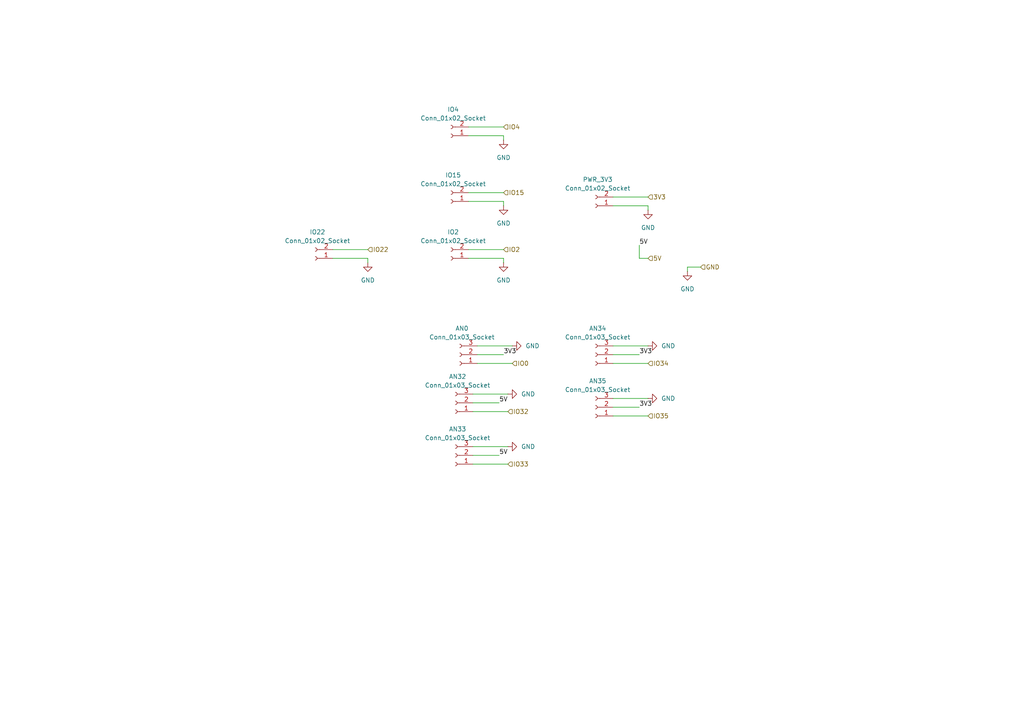
<source format=kicad_sch>
(kicad_sch (version 20250114) (generator "eeschema") (generator_version "9.0")
  (paper "A4")
  (lib_symbols
    (symbol "Connector:Conn_01x02_Socket" (pin_names (offset 1.016) (hide yes))
      (property "Reference" "J" (at 0 2.54 0))
      (property "Value" "Conn_01x02_Socket" (at 0 -5.08 0))
      (symbol "Conn_01x02_Socket_1_1"
        (polyline (pts (xy -1.27 0) (xy -0.508 0)) (stroke (width 0.1524)))
        (polyline (pts (xy -1.27 -2.54) (xy -0.508 -2.54)) (stroke (width 0.1524)))
        (arc (start 0 -0.508) (mid -0.5058 0) (end 0 0.508) (stroke (width 0.1524)))
        (arc (start 0 -3.048) (mid -0.5058 -2.54) (end 0 -2.032) (stroke (width 0.1524)))
        (pin passive line (at -5.08 0 0) (length 3.81) (name "Pin_1") (number "1"))
        (pin passive line (at -5.08 -2.54 0) (length 3.81) (name "Pin_2") (number "2"))
      )
    )
    (symbol "Connector:Conn_01x03_Socket" (pin_names (offset 1.016) (hide yes))
      (property "Reference" "J" (at 0 5.08 0))
      (property "Value" "Conn_01x03_Socket" (at 0 -5.08 0))
      (symbol "Conn_01x03_Socket_1_1"
        (polyline (pts (xy -1.27 2.54) (xy -0.508 2.54)) (stroke (width 0.1524)))
        (polyline (pts (xy -1.27 0) (xy -0.508 0)) (stroke (width 0.1524)))
        (polyline (pts (xy -1.27 -2.54) (xy -0.508 -2.54)) (stroke (width 0.1524)))
        (arc (start 0 2.032) (mid -0.5058 2.54) (end 0 3.048) (stroke (width 0.1524)))
        (arc (start 0 -0.508) (mid -0.5058 0) (end 0 0.508) (stroke (width 0.1524)))
        (arc (start 0 -3.048) (mid -0.5058 -2.54) (end 0 -2.032) (stroke (width 0.1524)))
        (pin passive line (at -5.08 2.54 0) (length 3.81) (name "Pin_1") (number "1"))
        (pin passive line (at -5.08 0 0) (length 3.81) (name "Pin_2") (number "2"))
        (pin passive line (at -5.08 -2.54 0) (length 3.81) (name "Pin_3") (number "3"))
      )
    )
    (symbol "power:GND" (power) (pin_numbers (hide yes)) (pin_names (offset 0) (hide yes))
      (property "Value" "GND" (at 0 -3.81 0))
      (symbol "GND_0_1"
        (polyline (pts (xy 0 0) (xy 0 -1.27) (xy 1.27 -1.27) (xy 0 -2.54) (xy -1.27 -1.27) (xy 0 -1.27)))
      )
      (symbol "GND_1_1"
        (pin power_in line (at 0 0 270) (length 0) (name "~") (number "1"))
      )
    )
  )
  (wire (pts (xy 177.8 59.69) (xy 187.96 59.69)))
  (wire (pts (xy 177.8 120.65) (xy 187.96 120.65)))
  (wire (pts (xy 137.16 134.62) (xy 147.32 134.62)))
  (wire (pts (xy 106.68 74.93) (xy 106.68 76.2)))
  (wire (pts (xy 185.42 74.93) (xy 187.96 74.93)))
  (wire (pts (xy 137.16 119.38) (xy 147.32 119.38)))
  (wire (pts (xy 199.39 77.47) (xy 199.39 78.74)))
  (wire (pts (xy 138.43 105.41) (xy 148.59 105.41)))
  (wire (pts (xy 177.8 115.57) (xy 187.96 115.57)))
  (wire (pts (xy 177.8 102.87) (xy 185.42 102.87)))
  (wire (pts (xy 96.52 72.39) (xy 106.68 72.39)))
  (wire (pts (xy 137.16 114.3) (xy 147.32 114.3)))
  (wire (pts (xy 187.96 59.69) (xy 187.96 60.96)))
  (wire (pts (xy 135.89 72.39) (xy 146.05 72.39)))
  (wire (pts (xy 203.2 77.47) (xy 199.39 77.47)))
  (wire (pts (xy 138.43 102.87) (xy 146.05 102.87)))
  (wire (pts (xy 137.16 116.84) (xy 144.78 116.84)))
  (wire (pts (xy 146.05 58.42) (xy 146.05 59.69)))
  (wire (pts (xy 177.8 57.15) (xy 187.96 57.15)))
  (wire (pts (xy 177.8 105.41) (xy 187.96 105.41)))
  (wire (pts (xy 177.8 100.33) (xy 187.96 100.33)))
  (wire (pts (xy 185.42 71.12) (xy 185.42 74.93)))
  (wire (pts (xy 135.89 36.83) (xy 146.05 36.83)))
  (wire (pts (xy 135.89 58.42) (xy 146.05 58.42)))
  (wire (pts (xy 146.05 39.37) (xy 146.05 40.64)))
  (wire (pts (xy 137.16 129.54) (xy 147.32 129.54)))
  (wire (pts (xy 135.89 55.88) (xy 146.05 55.88)))
  (wire (pts (xy 135.89 74.93) (xy 146.05 74.93)))
  (wire (pts (xy 138.43 100.33) (xy 148.59 100.33)))
  (wire (pts (xy 135.89 39.37) (xy 146.05 39.37)))
  (wire (pts (xy 96.52 74.93) (xy 106.68 74.93)))
  (wire (pts (xy 137.16 132.08) (xy 144.78 132.08)))
  (wire (pts (xy 177.8 118.11) (xy 185.42 118.11)))
  (wire (pts (xy 146.05 74.93) (xy 146.05 76.2)))
  (label "5V" (at 144.78 132.08 0))
  (label "3V3" (at 185.42 118.11 0))
  (label "3V3" (at 185.42 102.87 0))
  (label "5V" (at 185.42 71.12 0))
  (label "5V" (at 144.78 116.84 0))
  (label "3V3" (at 146.05 102.87 0))
  (hierarchical_label "5V" (shape input) (at 187.96 74.93 0))
  (hierarchical_label "GND" (shape input) (at 203.2 77.47 0))
  (hierarchical_label "IO15" (shape input) (at 146.05 55.88 0))
  (hierarchical_label "IO34" (shape input) (at 187.96 105.41 0))
  (hierarchical_label "IO32" (shape input) (at 147.32 119.38 0))
  (hierarchical_label "IO33" (shape input) (at 147.32 134.62 0))
  (hierarchical_label "IO0" (shape input) (at 148.59 105.41 0))
  (hierarchical_label "IO35" (shape input) (at 187.96 120.65 0))
  (hierarchical_label "IO2" (shape input) (at 146.05 72.39 0))
  (hierarchical_label "IO4" (shape input) (at 146.05 36.83 0))
  (hierarchical_label "3V3" (shape input) (at 187.96 57.15 0))
  (hierarchical_label "IO22" (shape input) (at 106.68 72.39 0))
  (symbol (lib_id "power:GND") (at 147.32 129.54 90) (unit 1)
    (property "Reference" "#PWR014" (effects (hide yes)))
    (property "Value" "GND" (at 151.13 129.5399 90) (effects (justify right)))
    (property "Description" "Power symbol creates a global label with name \"GND\" , ground" (effects (hide yes)))
  )
  (symbol (lib_id "power:GND") (at 146.05 76.2 0) (unit 1)
    (property "Reference" "#PWR010" (effects (hide yes)))
    (property "Value" "GND" (at 146.05 81.28 0))
    (property "Description" "Power symbol creates a global label with name \"GND\" , ground" (effects (hide yes)))
  )
  (symbol (lib_id "Connector:Conn_01x03_Socket") (at 133.35 102.87 180) (unit 1)
    (property "Reference" "AN0" (at 133.985 95.25 0))
    (property "Value" "Conn_01x03_Socket" (at 133.985 97.79 0))
    (property "Footprint" "Connector_PinHeader_2.54mm:PinHeader_1x03_P2.54mm_Vertical" (effects (hide yes)))
    (property "Description" "Generic connector, single row, 01x03, script generated" (effects (hide yes)))
  )
  (symbol (lib_id "Connector:Conn_01x02_Socket") (at 130.81 39.37 180) (unit 1)
    (property "Reference" "IO4" (at 131.445 31.75 0))
    (property "Value" "Conn_01x02_Socket" (at 131.445 34.29 0))
    (property "Footprint" "TerminalBlock_Phoenix:TerminalBlock_Phoenix_MKDS-1,5-2_1x02_P5.00mm_Horizontal" (effects (hide yes)))
    (property "Description" "Generic connector, single row, 01x02, script generated" (effects (hide yes)))
  )
  (symbol (lib_id "power:GND") (at 148.59 100.33 90) (unit 1)
    (property "Reference" "#PWR07" (effects (hide yes)))
    (property "Value" "GND" (at 152.4 100.3299 90) (effects (justify right)))
    (property "Description" "Power symbol creates a global label with name \"GND\" , ground" (effects (hide yes)))
  )
  (symbol (lib_id "power:GND") (at 199.39 78.74 0) (unit 1)
    (property "Reference" "#PWR022" (effects (hide yes)))
    (property "Value" "GND" (at 199.39 83.82 0))
    (property "Description" "Power symbol creates a global label with name \"GND\" , ground" (effects (hide yes)))
  )
  (symbol (lib_id "Connector:Conn_01x03_Socket") (at 132.08 116.84 180) (unit 1)
    (property "Reference" "AN32" (at 132.715 109.22 0))
    (property "Value" "Conn_01x03_Socket" (at 132.715 111.76 0))
    (property "Footprint" "Connector_PinHeader_2.54mm:PinHeader_1x03_P2.54mm_Vertical" (effects (hide yes)))
    (property "Description" "Generic connector, single row, 01x03, script generated" (effects (hide yes)))
  )
  (symbol (lib_id "Connector:Conn_01x02_Socket") (at 91.44 74.93 180) (unit 1)
    (property "Reference" "IO22" (at 92.075 67.31 0))
    (property "Value" "Conn_01x02_Socket" (at 92.075 69.85 0))
    (property "Footprint" "TerminalBlock_Phoenix:TerminalBlock_Phoenix_MKDS-1,5-2_1x02_P5.00mm_Horizontal" (effects (hide yes)))
    (property "Description" "Generic connector, single row, 01x02, script generated" (effects (hide yes)))
  )
  (symbol (lib_id "power:GND") (at 146.05 40.64 0) (unit 1)
    (property "Reference" "#PWR012" (effects (hide yes)))
    (property "Value" "GND" (at 146.05 45.72 0))
    (property "Description" "Power symbol creates a global label with name \"GND\" , ground" (effects (hide yes)))
  )
  (symbol (lib_id "Connector:Conn_01x03_Socket") (at 172.72 102.87 180) (unit 1)
    (property "Reference" "AN34" (at 173.355 95.25 0))
    (property "Value" "Conn_01x03_Socket" (at 173.355 97.79 0))
    (property "Footprint" "TerminalBlock_Phoenix:TerminalBlock_Phoenix_MKDS-1,5-3_1x03_P5.00mm_Horizontal" (effects (hide yes)))
    (property "Description" "Generic connector, single row, 01x03, script generated" (effects (hide yes)))
  )
  (symbol (lib_id "power:GND") (at 187.96 115.57 90) (unit 1)
    (property "Reference" "#PWR011" (effects (hide yes)))
    (property "Value" "GND" (at 191.77 115.5699 90) (effects (justify right)))
    (property "Description" "Power symbol creates a global label with name \"GND\" , ground" (effects (hide yes)))
  )
  (symbol (lib_id "power:GND") (at 187.96 60.96 0) (unit 1)
    (property "Reference" "#PWR020" (effects (hide yes)))
    (property "Value" "GND" (at 187.96 66.04 0))
    (property "Description" "Power symbol creates a global label with name \"GND\" , ground" (effects (hide yes)))
  )
  (symbol (lib_id "Connector:Conn_01x03_Socket") (at 132.08 132.08 180) (unit 1)
    (property "Reference" "AN33" (at 132.715 124.46 0))
    (property "Value" "Conn_01x03_Socket" (at 132.715 127 0))
    (property "Footprint" "Connector_PinHeader_2.54mm:PinHeader_1x03_P2.54mm_Vertical" (effects (hide yes)))
    (property "Description" "Generic connector, single row, 01x03, script generated" (effects (hide yes)))
  )
  (symbol (lib_id "power:GND") (at 147.32 114.3 90) (unit 1)
    (property "Reference" "#PWR013" (effects (hide yes)))
    (property "Value" "GND" (at 151.13 114.2999 90) (effects (justify right)))
    (property "Description" "Power symbol creates a global label with name \"GND\" , ground" (effects (hide yes)))
  )
  (symbol (lib_id "Connector:Conn_01x02_Socket") (at 130.81 58.42 180) (unit 1)
    (property "Reference" "IO15" (at 131.445 50.8 0))
    (property "Value" "Conn_01x02_Socket" (at 131.445 53.34 0))
    (property "Footprint" "TerminalBlock_Phoenix:TerminalBlock_Phoenix_MKDS-1,5-2_1x02_P5.00mm_Horizontal" (effects (hide yes)))
    (property "Description" "Generic connector, single row, 01x02, script generated" (effects (hide yes)))
  )
  (symbol (lib_id "Connector:Conn_01x02_Socket") (at 172.72 59.69 180) (unit 1)
    (property "Reference" "PWR_3V3" (at 173.355 52.07 0))
    (property "Value" "Conn_01x02_Socket" (at 173.355 54.61 0))
    (property "Footprint" "TerminalBlock_Phoenix:TerminalBlock_Phoenix_MKDS-1,5-2_1x02_P5.00mm_Horizontal" (effects (hide yes)))
    (property "Description" "Generic connector, single row, 01x02, script generated" (effects (hide yes)))
  )
  (symbol (lib_id "Connector:Conn_01x03_Socket") (at 172.72 118.11 180) (unit 1)
    (property "Reference" "AN35" (at 173.355 110.49 0))
    (property "Value" "Conn_01x03_Socket" (at 173.355 113.03 0))
    (property "Footprint" "TerminalBlock_Phoenix:TerminalBlock_Phoenix_MKDS-1,5-3_1x03_P5.00mm_Horizontal" (effects (hide yes)))
    (property "Description" "Generic connector, single row, 01x03, script generated" (effects (hide yes)))
  )
  (symbol (lib_id "power:GND") (at 106.68 76.2 0) (unit 1)
    (property "Reference" "#PWR021" (effects (hide yes)))
    (property "Value" "GND" (at 106.68 81.28 0))
    (property "Description" "Power symbol creates a global label with name \"GND\" , ground" (effects (hide yes)))
  )
  (symbol (lib_id "power:GND") (at 146.05 59.69 0) (unit 1)
    (property "Reference" "#PWR09" (effects (hide yes)))
    (property "Value" "GND" (at 146.05 64.77 0))
    (property "Description" "Power symbol creates a global label with name \"GND\" , ground" (effects (hide yes)))
  )
  (symbol (lib_id "Connector:Conn_01x02_Socket") (at 130.81 74.93 180) (unit 1)
    (property "Reference" "IO2" (at 131.445 67.31 0))
    (property "Value" "Conn_01x02_Socket" (at 131.445 69.85 0))
    (property "Footprint" "TerminalBlock_Phoenix:TerminalBlock_Phoenix_MKDS-1,5-2_1x02_P5.00mm_Horizontal" (effects (hide yes)))
    (property "Description" "Generic connector, single row, 01x02, script generated" (effects (hide yes)))
  )
  (symbol (lib_id "power:GND") (at 187.96 100.33 90) (unit 1)
    (property "Reference" "#PWR08" (effects (hide yes)))
    (property "Value" "GND" (at 191.77 100.3299 90) (effects (justify right)))
    (property "Description" "Power symbol creates a global label with name \"GND\" , ground" (effects (hide yes)))
  )
)
</source>
